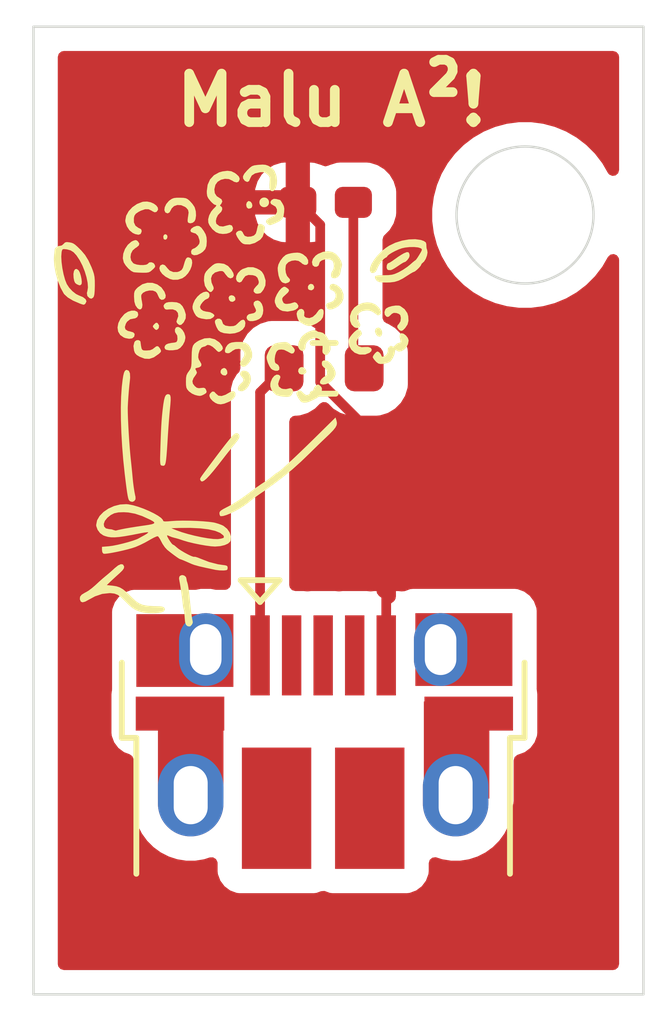
<source format=kicad_pcb>
(kicad_pcb (version 20241229) (generator "pcbnew") (generator_version "9.0")
  (layers (0 "F.Cu" signal) (2 "B.Cu" signal) (13 "F.Paste" user) (15 "B.Paste" user) (5 "F.SilkS" user "F.Silkscreen") (7 "B.SilkS" user "B.Silkscreen") (1 "F.Mask" user) (3 "B.Mask" user) (25 "Edge.Cuts" user))
  (net 0 "")
  (net 1 "Net-(D1-A)")
  (net 2 "GND")
  (net 5 "Net-(J1-VBUS)")
  (footprint "Resistor_SMD:R_0603_1608Metric" (layer "F.Cu") (at 155.82 90.59)
    (property "Reference" "R1" (hide yes))
    (property "Value" "150")
    (pad "1" smd roundrect (at -0.825 0) (size 0.8 0.95) (layers "F.Cu" "F.Mask" "F.Paste") (net 5 "Net-(J1-VBUS)"))
    (pad "2" smd roundrect (at 0.825 0) (size 0.8 0.95) (layers "F.Cu" "F.Mask" "F.Paste") (net 1 "Net-(D1-A)"))
  )
  (footprint "Connector_USB:USB_Micro-B_Amphenol_10103594-0001LF_Horizontal" (layer "F.Cu") (at 155.825 98.27)
    (property "Reference" "J1" (hide yes))
    (property "Value" "USB_B_Micro")
    (pad "1" smd rect (at -1.325 -1.765 90) (size 1.65 0.4) (layers "F.Cu" "F.Mask" "F.Paste") (net 5 "Net-(J1-VBUS)"))
    (pad "2" smd rect (at -0.675 -1.765 90) (size 1.65 0.4) (layers "F.Cu" "F.Mask" "F.Paste"))
    (pad "3" smd rect (at -0.025 -1.765 90) (size 1.65 0.4) (layers "F.Cu" "F.Mask" "F.Paste"))
    (pad "4" smd rect (at 0.625 -1.765 90) (size 1.65 0.4) (layers "F.Cu" "F.Mask" "F.Paste"))
    (pad "5" smd rect (at 1.275 -1.765 90) (size 1.65 0.4) (layers "F.Cu" "F.Mask" "F.Paste") (net 2 "GND"))
    (pad "6" smd rect (at -2.975 -0.565) (size 1.825 0.7) (layers "F.Cu" "F.Mask" "F.Paste"))
    (pad "6" smd rect (at -2.875 -1.865) (size 2 1.5) (layers "F.Cu" "F.Mask" "F.Paste"))
    (pad "6" smd rect (at -2.755 0.185) (size 1.35 2) (layers "F.Cu" "F.Mask" "F.Paste"))
    (pad "6" thru_hole oval (at -2.755 1.115 90) (size 1.7 1.35) (drill oval 1.2 0.7) (property pad_prop_heatsink) (layers "*.Cu" "*.Mask"))
    (pad "6" thru_hole oval (at -2.445 -1.885 90) (size 1.5 1.1) (drill oval 1.05 0.65) (property pad_prop_heatsink) (layers "*.Cu" "*.Mask"))
    (pad "6" smd rect (at -0.985 1.385 90) (size 2.5 1.43) (layers "F.Cu" "F.Mask" "F.Paste"))
    (pad "6" smd rect (at 0.935 1.385 90) (size 2.5 1.43) (layers "F.Cu" "F.Mask" "F.Paste"))
    (pad "6" thru_hole oval (at 2.395 -1.885 90) (size 1.5 1.1) (drill oval 1.05 0.65) (property pad_prop_heatsink) (layers "*.Cu" "*.Mask"))
    (pad "6" thru_hole oval (at 2.705 1.115 90) (size 1.7 1.35) (drill oval 1.2 0.7) (property pad_prop_heatsink) (layers "*.Cu" "*.Mask"))
    (pad "6" smd rect (at 2.725 0.185) (size 1.35 2) (layers "F.Cu" "F.Mask" "F.Paste"))
    (pad "6" smd rect (at 2.875 -1.885) (size 2 1.5) (layers "F.Cu" "F.Mask" "F.Paste"))
    (pad "6" smd rect (at 2.975 -0.565) (size 1.825 0.7) (layers "F.Cu" "F.Mask" "F.Paste"))
  )
  (footprint "LED_SMD:LED_0402_1005Metric_Pad0.77x0.64mm_HandSolder" (layer "F.Cu") (at 155.85 87.17)
    (property "Reference" "D1" (hide yes))
    (property "Value" "LED")
    (pad "1" smd roundrect (at -0.5725 0) (size 0.765 0.64) (layers "F.Cu" "F.Mask" "F.Paste") (net 2 "GND"))
    (pad "2" smd roundrect (at 0.5725 0) (size 0.765 0.64) (layers "F.Cu" "F.Mask" "F.Paste") (net 1 "Net-(D1-A)"))
  )
  (footprint "decorations:flower" (layer "F.Cu") (at 153.961703 91.14243)
    (property "Reference" "G***" (hide yes))
    (property "Value" "LOGO" (hide yes))
  )
  (gr_circle (center 159.96 87.43) (end 160.14 88.83) (stroke (width 0.05)) (fill no) (layer "Edge.Cuts"))
  (gr_rect (start 149.83 83.55) (end 162.4 103.49) (stroke (width 0.05)) (fill no) (layer "Edge.Cuts"))
  (gr_text "Malu A²!" (at 152.67 85.65 0) (layer "F.SilkS") (effects (font (size 1 1) (thickness 0.2) (bold yes)) (justify left bottom)))
  (segment (start 156.4225 90.3675) (end 156.645 90.59) (width 0.2) (layer "F.Cu") (net 1))
  (segment (start 156.4225 87.17) (end 156.4225 90.3675) (width 0.2) (layer "F.Cu") (net 1))
  (segment (start 157.1 92.234064) (end 157.1 96.505) (width 0.2) (layer "F.Cu") (net 2))
  (segment (start 155.739 90.873064) (end 157.1 92.234064) (width 0.2) (layer "F.Cu") (net 2))
  (segment (start 155.739 87.6315) (end 155.739 90.873064) (width 0.2) (layer "F.Cu") (net 2))
  (segment (start 155.2775 87.17) (end 155.739 87.6315) (width 0.2) (layer "F.Cu") (net 2))
  (segment (start 154.995 90.59) (end 154.5 91.085) (width 0.2) (layer "F.Cu") (net 5))
  (segment (start 154.5 91.085) (end 154.5 96.505) (width 0.2) (layer "F.Cu") (net 5))
  (zone (net 2) (net_name "GND") (layer "F.Cu") (connect_pads (clearance 0.5)) (min_thickness 0.25) (fill yes (thermal_gap 0.5) (thermal_bridge_width 0.5))
    (polygon (pts (xy 162.93 83) (xy 162.93 104.1) (xy 149.14 104.1) (xy 149.14 83)))
  )
)
</source>
